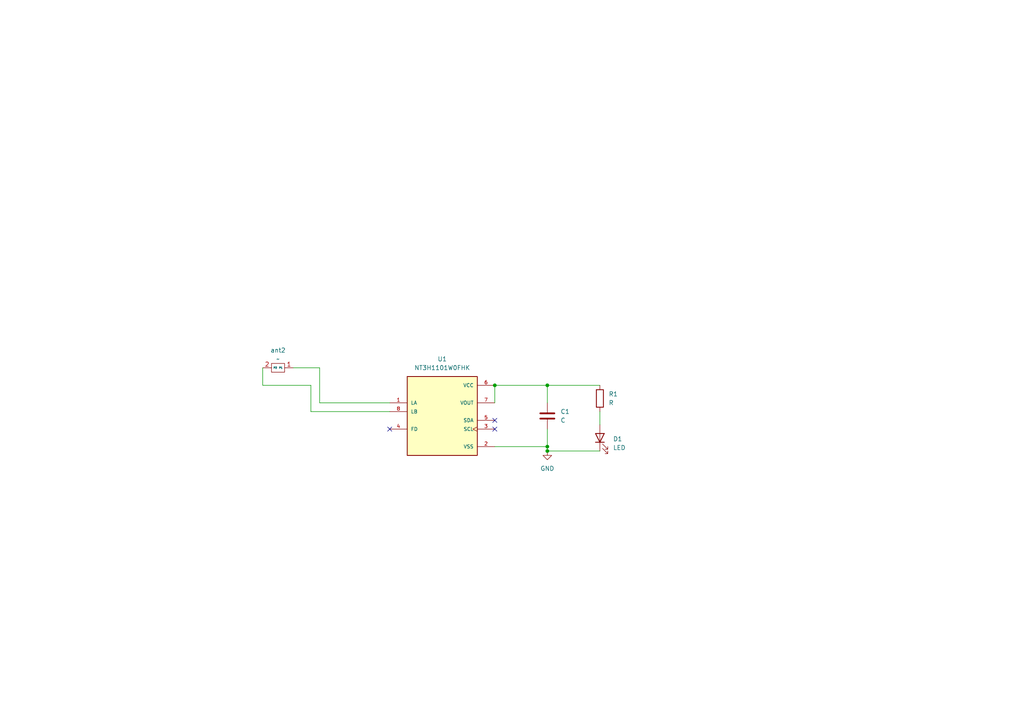
<source format=kicad_sch>
(kicad_sch
	(version 20231120)
	(generator "eeschema")
	(generator_version "8.0")
	(uuid "43c85dbf-08de-4acc-abeb-b345044e98e3")
	(paper "A4")
	(lib_symbols
		(symbol "Device:C"
			(pin_numbers hide)
			(pin_names
				(offset 0.254)
			)
			(exclude_from_sim no)
			(in_bom yes)
			(on_board yes)
			(property "Reference" "C"
				(at 0.635 2.54 0)
				(effects
					(font
						(size 1.27 1.27)
					)
					(justify left)
				)
			)
			(property "Value" "C"
				(at 0.635 -2.54 0)
				(effects
					(font
						(size 1.27 1.27)
					)
					(justify left)
				)
			)
			(property "Footprint" ""
				(at 0.9652 -3.81 0)
				(effects
					(font
						(size 1.27 1.27)
					)
					(hide yes)
				)
			)
			(property "Datasheet" "~"
				(at 0 0 0)
				(effects
					(font
						(size 1.27 1.27)
					)
					(hide yes)
				)
			)
			(property "Description" "Unpolarized capacitor"
				(at 0 0 0)
				(effects
					(font
						(size 1.27 1.27)
					)
					(hide yes)
				)
			)
			(property "ki_keywords" "cap capacitor"
				(at 0 0 0)
				(effects
					(font
						(size 1.27 1.27)
					)
					(hide yes)
				)
			)
			(property "ki_fp_filters" "C_*"
				(at 0 0 0)
				(effects
					(font
						(size 1.27 1.27)
					)
					(hide yes)
				)
			)
			(symbol "C_0_1"
				(polyline
					(pts
						(xy -2.032 -0.762) (xy 2.032 -0.762)
					)
					(stroke
						(width 0.508)
						(type default)
					)
					(fill
						(type none)
					)
				)
				(polyline
					(pts
						(xy -2.032 0.762) (xy 2.032 0.762)
					)
					(stroke
						(width 0.508)
						(type default)
					)
					(fill
						(type none)
					)
				)
			)
			(symbol "C_1_1"
				(pin passive line
					(at 0 3.81 270)
					(length 2.794)
					(name "~"
						(effects
							(font
								(size 1.27 1.27)
							)
						)
					)
					(number "1"
						(effects
							(font
								(size 1.27 1.27)
							)
						)
					)
				)
				(pin passive line
					(at 0 -3.81 90)
					(length 2.794)
					(name "~"
						(effects
							(font
								(size 1.27 1.27)
							)
						)
					)
					(number "2"
						(effects
							(font
								(size 1.27 1.27)
							)
						)
					)
				)
			)
		)
		(symbol "Device:LED"
			(pin_numbers hide)
			(pin_names
				(offset 1.016) hide)
			(exclude_from_sim no)
			(in_bom yes)
			(on_board yes)
			(property "Reference" "D"
				(at 0 2.54 0)
				(effects
					(font
						(size 1.27 1.27)
					)
				)
			)
			(property "Value" "LED"
				(at 0 -2.54 0)
				(effects
					(font
						(size 1.27 1.27)
					)
				)
			)
			(property "Footprint" ""
				(at 0 0 0)
				(effects
					(font
						(size 1.27 1.27)
					)
					(hide yes)
				)
			)
			(property "Datasheet" "~"
				(at 0 0 0)
				(effects
					(font
						(size 1.27 1.27)
					)
					(hide yes)
				)
			)
			(property "Description" "Light emitting diode"
				(at 0 0 0)
				(effects
					(font
						(size 1.27 1.27)
					)
					(hide yes)
				)
			)
			(property "ki_keywords" "LED diode"
				(at 0 0 0)
				(effects
					(font
						(size 1.27 1.27)
					)
					(hide yes)
				)
			)
			(property "ki_fp_filters" "LED* LED_SMD:* LED_THT:*"
				(at 0 0 0)
				(effects
					(font
						(size 1.27 1.27)
					)
					(hide yes)
				)
			)
			(symbol "LED_0_1"
				(polyline
					(pts
						(xy -1.27 -1.27) (xy -1.27 1.27)
					)
					(stroke
						(width 0.254)
						(type default)
					)
					(fill
						(type none)
					)
				)
				(polyline
					(pts
						(xy -1.27 0) (xy 1.27 0)
					)
					(stroke
						(width 0)
						(type default)
					)
					(fill
						(type none)
					)
				)
				(polyline
					(pts
						(xy 1.27 -1.27) (xy 1.27 1.27) (xy -1.27 0) (xy 1.27 -1.27)
					)
					(stroke
						(width 0.254)
						(type default)
					)
					(fill
						(type none)
					)
				)
				(polyline
					(pts
						(xy -3.048 -0.762) (xy -4.572 -2.286) (xy -3.81 -2.286) (xy -4.572 -2.286) (xy -4.572 -1.524)
					)
					(stroke
						(width 0)
						(type default)
					)
					(fill
						(type none)
					)
				)
				(polyline
					(pts
						(xy -1.778 -0.762) (xy -3.302 -2.286) (xy -2.54 -2.286) (xy -3.302 -2.286) (xy -3.302 -1.524)
					)
					(stroke
						(width 0)
						(type default)
					)
					(fill
						(type none)
					)
				)
			)
			(symbol "LED_1_1"
				(pin passive line
					(at -3.81 0 0)
					(length 2.54)
					(name "K"
						(effects
							(font
								(size 1.27 1.27)
							)
						)
					)
					(number "1"
						(effects
							(font
								(size 1.27 1.27)
							)
						)
					)
				)
				(pin passive line
					(at 3.81 0 180)
					(length 2.54)
					(name "A"
						(effects
							(font
								(size 1.27 1.27)
							)
						)
					)
					(number "2"
						(effects
							(font
								(size 1.27 1.27)
							)
						)
					)
				)
			)
		)
		(symbol "Device:R"
			(pin_numbers hide)
			(pin_names
				(offset 0)
			)
			(exclude_from_sim no)
			(in_bom yes)
			(on_board yes)
			(property "Reference" "R"
				(at 2.032 0 90)
				(effects
					(font
						(size 1.27 1.27)
					)
				)
			)
			(property "Value" "R"
				(at 0 0 90)
				(effects
					(font
						(size 1.27 1.27)
					)
				)
			)
			(property "Footprint" ""
				(at -1.778 0 90)
				(effects
					(font
						(size 1.27 1.27)
					)
					(hide yes)
				)
			)
			(property "Datasheet" "~"
				(at 0 0 0)
				(effects
					(font
						(size 1.27 1.27)
					)
					(hide yes)
				)
			)
			(property "Description" "Resistor"
				(at 0 0 0)
				(effects
					(font
						(size 1.27 1.27)
					)
					(hide yes)
				)
			)
			(property "ki_keywords" "R res resistor"
				(at 0 0 0)
				(effects
					(font
						(size 1.27 1.27)
					)
					(hide yes)
				)
			)
			(property "ki_fp_filters" "R_*"
				(at 0 0 0)
				(effects
					(font
						(size 1.27 1.27)
					)
					(hide yes)
				)
			)
			(symbol "R_0_1"
				(rectangle
					(start -1.016 -2.54)
					(end 1.016 2.54)
					(stroke
						(width 0.254)
						(type default)
					)
					(fill
						(type none)
					)
				)
			)
			(symbol "R_1_1"
				(pin passive line
					(at 0 3.81 270)
					(length 1.27)
					(name "~"
						(effects
							(font
								(size 1.27 1.27)
							)
						)
					)
					(number "1"
						(effects
							(font
								(size 1.27 1.27)
							)
						)
					)
				)
				(pin passive line
					(at 0 -3.81 90)
					(length 1.27)
					(name "~"
						(effects
							(font
								(size 1.27 1.27)
							)
						)
					)
					(number "2"
						(effects
							(font
								(size 1.27 1.27)
							)
						)
					)
				)
			)
		)
		(symbol "NT3H1101W0FHK:NT3H1101W0FHK"
			(pin_names
				(offset 1.016)
			)
			(exclude_from_sim no)
			(in_bom yes)
			(on_board yes)
			(property "Reference" "U"
				(at -10.16 13.208 0)
				(effects
					(font
						(size 1.27 1.27)
					)
					(justify left bottom)
				)
			)
			(property "Value" "NT3H1101W0FHK"
				(at -10.16 -12.7 0)
				(effects
					(font
						(size 1.27 1.27)
					)
					(justify left bottom)
				)
			)
			(property "Footprint" "NT3H1101W0FHK:IC_NT3H1101W0FHK"
				(at 0 0 0)
				(effects
					(font
						(size 1.27 1.27)
					)
					(justify bottom)
					(hide yes)
				)
			)
			(property "Datasheet" ""
				(at 0 0 0)
				(effects
					(font
						(size 1.27 1.27)
					)
					(hide yes)
				)
			)
			(property "Description" ""
				(at 0 0 0)
				(effects
					(font
						(size 1.27 1.27)
					)
					(hide yes)
				)
			)
			(property "MF" "NXP USA"
				(at 0 0 0)
				(effects
					(font
						(size 1.27 1.27)
					)
					(justify bottom)
					(hide yes)
				)
			)
			(property "SNAPEDA_PACKAGE_ID" "7291"
				(at 0 0 0)
				(effects
					(font
						(size 1.27 1.27)
					)
					(justify bottom)
					(hide yes)
				)
			)
			(property "Package" "XQFN-8 NXP Semiconductors"
				(at 0 0 0)
				(effects
					(font
						(size 1.27 1.27)
					)
					(justify bottom)
					(hide yes)
				)
			)
			(property "Price" "None"
				(at 0 0 0)
				(effects
					(font
						(size 1.27 1.27)
					)
					(justify bottom)
					(hide yes)
				)
			)
			(property "Check_prices" "https://www.snapeda.com/parts/NT3H1101W0FHK/NXP+USA+Inc./view-part/?ref=eda"
				(at 0 0 0)
				(effects
					(font
						(size 1.27 1.27)
					)
					(justify bottom)
					(hide yes)
				)
			)
			(property "STANDARD" "Manufacturer Recommendations"
				(at 0 0 0)
				(effects
					(font
						(size 1.27 1.27)
					)
					(justify bottom)
					(hide yes)
				)
			)
			(property "PARTREV" "3.3"
				(at 0 0 0)
				(effects
					(font
						(size 1.27 1.27)
					)
					(justify bottom)
					(hide yes)
				)
			)
			(property "SnapEDA_Link" "https://www.snapeda.com/parts/NT3H1101W0FHK/NXP+USA+Inc./view-part/?ref=snap"
				(at 0 0 0)
				(effects
					(font
						(size 1.27 1.27)
					)
					(justify bottom)
					(hide yes)
				)
			)
			(property "MP" "NT3H1101W0FHK"
				(at 0 0 0)
				(effects
					(font
						(size 1.27 1.27)
					)
					(justify bottom)
					(hide yes)
				)
			)
			(property "Description_1" "\nRFID Transponder IC 13.56MHz ISO 14443 I²C 1.7V ~ 3.6V 8-XFQFN Exposed Pad\n"
				(at 0 0 0)
				(effects
					(font
						(size 1.27 1.27)
					)
					(justify bottom)
					(hide yes)
				)
			)
			(property "MANUFACTURER" "NXP USA"
				(at 0 0 0)
				(effects
					(font
						(size 1.27 1.27)
					)
					(justify bottom)
					(hide yes)
				)
			)
			(property "Availability" "In Stock"
				(at 0 0 0)
				(effects
					(font
						(size 1.27 1.27)
					)
					(justify bottom)
					(hide yes)
				)
			)
			(property "MAXIMUM_PACKAGE_HEIGHT" "0.5 mm"
				(at 0 0 0)
				(effects
					(font
						(size 1.27 1.27)
					)
					(justify bottom)
					(hide yes)
				)
			)
			(symbol "NT3H1101W0FHK_0_0"
				(rectangle
					(start -10.16 -10.16)
					(end 10.16 12.7)
					(stroke
						(width 0.254)
						(type default)
					)
					(fill
						(type background)
					)
				)
				(pin input line
					(at -15.24 5.08 0)
					(length 5.08)
					(name "LA"
						(effects
							(font
								(size 1.016 1.016)
							)
						)
					)
					(number "1"
						(effects
							(font
								(size 1.016 1.016)
							)
						)
					)
				)
				(pin power_in line
					(at 15.24 -7.62 180)
					(length 5.08)
					(name "VSS"
						(effects
							(font
								(size 1.016 1.016)
							)
						)
					)
					(number "2"
						(effects
							(font
								(size 1.016 1.016)
							)
						)
					)
				)
				(pin bidirectional clock
					(at 15.24 -2.54 180)
					(length 5.08)
					(name "SCL"
						(effects
							(font
								(size 1.016 1.016)
							)
						)
					)
					(number "3"
						(effects
							(font
								(size 1.016 1.016)
							)
						)
					)
				)
				(pin input line
					(at -15.24 -2.54 0)
					(length 5.08)
					(name "FD"
						(effects
							(font
								(size 1.016 1.016)
							)
						)
					)
					(number "4"
						(effects
							(font
								(size 1.016 1.016)
							)
						)
					)
				)
				(pin bidirectional line
					(at 15.24 0 180)
					(length 5.08)
					(name "SDA"
						(effects
							(font
								(size 1.016 1.016)
							)
						)
					)
					(number "5"
						(effects
							(font
								(size 1.016 1.016)
							)
						)
					)
				)
				(pin power_in line
					(at 15.24 10.16 180)
					(length 5.08)
					(name "VCC"
						(effects
							(font
								(size 1.016 1.016)
							)
						)
					)
					(number "6"
						(effects
							(font
								(size 1.016 1.016)
							)
						)
					)
				)
				(pin output line
					(at 15.24 5.08 180)
					(length 5.08)
					(name "VOUT"
						(effects
							(font
								(size 1.016 1.016)
							)
						)
					)
					(number "7"
						(effects
							(font
								(size 1.016 1.016)
							)
						)
					)
				)
				(pin input line
					(at -15.24 2.54 0)
					(length 5.08)
					(name "LB"
						(effects
							(font
								(size 1.016 1.016)
							)
						)
					)
					(number "8"
						(effects
							(font
								(size 1.016 1.016)
							)
						)
					)
				)
			)
		)
		(symbol "nfc_antena__1"
			(exclude_from_sim no)
			(in_bom yes)
			(on_board yes)
			(property "Reference" "ant"
				(at 0 0 0)
				(effects
					(font
						(size 1.27 1.27)
					)
				)
			)
			(property "Value" ""
				(at 0 0 0)
				(effects
					(font
						(size 1.27 1.27)
					)
				)
			)
			(property "Footprint" "nfc class 4 5 turn:25X48MM_NFC_ANTENNA modified"
				(at 0 1.27 0)
				(effects
					(font
						(size 1.27 1.27)
					)
					(hide yes)
				)
			)
			(property "Datasheet" ""
				(at 0 0 0)
				(effects
					(font
						(size 1.27 1.27)
					)
					(hide yes)
				)
			)
			(property "Description" ""
				(at 0 0 0)
				(effects
					(font
						(size 1.27 1.27)
					)
					(hide yes)
				)
			)
			(property "ki_keywords" "nfc"
				(at 0 0 0)
				(effects
					(font
						(size 1.27 1.27)
					)
					(hide yes)
				)
			)
			(symbol "nfc_antena__1_0_1"
				(rectangle
					(start -2.54 -1.27)
					(end 1.27 -3.81)
					(stroke
						(width 0)
						(type default)
					)
					(fill
						(type none)
					)
				)
			)
			(symbol "nfc_antena__1_1_1"
				(pin output line
					(at 3.81 -2.54 180)
					(length 2.54)
					(name "P1"
						(effects
							(font
								(size 0.508 0.508)
							)
						)
					)
					(number "1"
						(effects
							(font
								(size 1.27 1.27)
							)
						)
					)
				)
				(pin output line
					(at -5.08 -2.54 0)
					(length 2.54)
					(name "P2"
						(effects
							(font
								(size 0.508 0.508)
							)
						)
					)
					(number "2"
						(effects
							(font
								(size 1.27 1.27)
							)
						)
					)
				)
			)
		)
		(symbol "power:GND"
			(power)
			(pin_numbers hide)
			(pin_names
				(offset 0) hide)
			(exclude_from_sim no)
			(in_bom yes)
			(on_board yes)
			(property "Reference" "#PWR"
				(at 0 -6.35 0)
				(effects
					(font
						(size 1.27 1.27)
					)
					(hide yes)
				)
			)
			(property "Value" "GND"
				(at 0 -3.81 0)
				(effects
					(font
						(size 1.27 1.27)
					)
				)
			)
			(property "Footprint" ""
				(at 0 0 0)
				(effects
					(font
						(size 1.27 1.27)
					)
					(hide yes)
				)
			)
			(property "Datasheet" ""
				(at 0 0 0)
				(effects
					(font
						(size 1.27 1.27)
					)
					(hide yes)
				)
			)
			(property "Description" "Power symbol creates a global label with name \"GND\" , ground"
				(at 0 0 0)
				(effects
					(font
						(size 1.27 1.27)
					)
					(hide yes)
				)
			)
			(property "ki_keywords" "global power"
				(at 0 0 0)
				(effects
					(font
						(size 1.27 1.27)
					)
					(hide yes)
				)
			)
			(symbol "GND_0_1"
				(polyline
					(pts
						(xy 0 0) (xy 0 -1.27) (xy 1.27 -1.27) (xy 0 -2.54) (xy -1.27 -1.27) (xy 0 -1.27)
					)
					(stroke
						(width 0)
						(type default)
					)
					(fill
						(type none)
					)
				)
			)
			(symbol "GND_1_1"
				(pin power_in line
					(at 0 0 270)
					(length 0)
					(name "~"
						(effects
							(font
								(size 1.27 1.27)
							)
						)
					)
					(number "1"
						(effects
							(font
								(size 1.27 1.27)
							)
						)
					)
				)
			)
		)
	)
	(junction
		(at 143.51 111.76)
		(diameter 0)
		(color 0 0 0 0)
		(uuid "358ccfa1-0108-4275-b75e-e0b690d009b8")
	)
	(junction
		(at 158.75 111.76)
		(diameter 0)
		(color 0 0 0 0)
		(uuid "a88e041a-e1d2-498f-af7b-68b1697d66ad")
	)
	(junction
		(at 158.75 130.81)
		(diameter 0)
		(color 0 0 0 0)
		(uuid "b7ed3945-5328-4b4c-a1ba-1e1281ab83d9")
	)
	(junction
		(at 158.75 129.54)
		(diameter 0)
		(color 0 0 0 0)
		(uuid "f11cc322-252f-4f1d-a2c6-e16e74e6b0ab")
	)
	(no_connect
		(at 143.51 124.46)
		(uuid "673c1ab4-17b7-4183-91ef-c660f947a35b")
	)
	(no_connect
		(at 143.51 121.92)
		(uuid "ad69ae6d-3164-4036-b0e8-459f785b7e70")
	)
	(no_connect
		(at 113.03 124.46)
		(uuid "ea83673c-3e03-4817-9f30-d9f0b051b4c6")
	)
	(wire
		(pts
			(xy 92.71 106.68) (xy 92.71 116.84)
		)
		(stroke
			(width 0)
			(type default)
		)
		(uuid "09ebc6e6-6648-4488-9184-9206aca0b30b")
	)
	(wire
		(pts
			(xy 85.09 106.68) (xy 92.71 106.68)
		)
		(stroke
			(width 0)
			(type default)
		)
		(uuid "0b347cb9-5048-4026-b3ae-21bb5a1490fd")
	)
	(wire
		(pts
			(xy 158.75 111.76) (xy 173.99 111.76)
		)
		(stroke
			(width 0)
			(type default)
		)
		(uuid "0d09e7aa-8276-4504-ac38-7eeacb94d55f")
	)
	(wire
		(pts
			(xy 158.75 129.54) (xy 158.75 124.46)
		)
		(stroke
			(width 0)
			(type default)
		)
		(uuid "1b5d8b9f-4334-43d6-9c38-e38b9f760661")
	)
	(wire
		(pts
			(xy 173.99 130.81) (xy 158.75 130.81)
		)
		(stroke
			(width 0)
			(type default)
		)
		(uuid "2b72c8a2-6ac0-45ad-bc1a-412aa827f7f9")
	)
	(wire
		(pts
			(xy 90.17 111.76) (xy 90.17 119.38)
		)
		(stroke
			(width 0)
			(type default)
		)
		(uuid "2baf1a11-7745-4bef-bbc4-cb7e465bc1dd")
	)
	(wire
		(pts
			(xy 76.2 106.68) (xy 76.2 111.76)
		)
		(stroke
			(width 0)
			(type default)
		)
		(uuid "371623a1-6e63-4296-85e6-a662eaa537eb")
	)
	(wire
		(pts
			(xy 92.71 116.84) (xy 113.03 116.84)
		)
		(stroke
			(width 0)
			(type default)
		)
		(uuid "56c021a5-e753-48d5-ba07-ae52e1bd7352")
	)
	(wire
		(pts
			(xy 173.99 119.38) (xy 173.99 123.19)
		)
		(stroke
			(width 0)
			(type default)
		)
		(uuid "5b74feb6-7a21-466d-ba37-f81184461124")
	)
	(wire
		(pts
			(xy 143.51 129.54) (xy 158.75 129.54)
		)
		(stroke
			(width 0)
			(type default)
		)
		(uuid "5fbf5667-06f7-4352-bd98-1fb3eaf6081d")
	)
	(wire
		(pts
			(xy 90.17 119.38) (xy 113.03 119.38)
		)
		(stroke
			(width 0)
			(type default)
		)
		(uuid "68d87aeb-280f-48bd-9318-fc7f5134fa62")
	)
	(wire
		(pts
			(xy 158.75 111.76) (xy 143.51 111.76)
		)
		(stroke
			(width 0)
			(type default)
		)
		(uuid "6b8bf2c9-2beb-4d32-a3b1-22fc92a2bfaf")
	)
	(wire
		(pts
			(xy 143.51 111.76) (xy 143.51 116.84)
		)
		(stroke
			(width 0)
			(type default)
		)
		(uuid "6c76828e-d7f4-4b43-82a3-6e34f85d50e9")
	)
	(wire
		(pts
			(xy 158.75 116.84) (xy 158.75 111.76)
		)
		(stroke
			(width 0)
			(type default)
		)
		(uuid "8632078b-d772-42d3-bdd4-51fb4e3ff190")
	)
	(wire
		(pts
			(xy 158.75 130.81) (xy 158.75 129.54)
		)
		(stroke
			(width 0)
			(type default)
		)
		(uuid "e6bbe06a-18c0-479f-8e9a-049dda5d73c8")
	)
	(wire
		(pts
			(xy 76.2 111.76) (xy 90.17 111.76)
		)
		(stroke
			(width 0)
			(type default)
		)
		(uuid "e8447a28-a31d-458e-9f8e-05c956d1adff")
	)
	(symbol
		(lib_id "Device:R")
		(at 173.99 115.57 0)
		(unit 1)
		(exclude_from_sim no)
		(in_bom yes)
		(on_board yes)
		(dnp no)
		(fields_autoplaced yes)
		(uuid "0e98072d-1eb7-45c0-b5df-de4f05e47aaa")
		(property "Reference" "R1"
			(at 176.53 114.2999 0)
			(effects
				(font
					(size 1.27 1.27)
				)
				(justify left)
			)
		)
		(property "Value" "R"
			(at 176.53 116.8399 0)
			(effects
				(font
					(size 1.27 1.27)
				)
				(justify left)
			)
		)
		(property "Footprint" "Resistor_SMD:R_0201_0603Metric"
			(at 172.212 115.57 90)
			(effects
				(font
					(size 1.27 1.27)
				)
				(hide yes)
			)
		)
		(property "Datasheet" "~"
			(at 173.99 115.57 0)
			(effects
				(font
					(size 1.27 1.27)
				)
				(hide yes)
			)
		)
		(property "Description" "Resistor"
			(at 173.99 115.57 0)
			(effects
				(font
					(size 1.27 1.27)
				)
				(hide yes)
			)
		)
		(pin "1"
			(uuid "cb57ad76-d533-48a8-a40a-f732c7ae8388")
		)
		(pin "2"
			(uuid "e142bcad-e183-4b81-807a-ef2eaf37bae8")
		)
		(instances
			(project "pcb business card"
				(path "/43c85dbf-08de-4acc-abeb-b345044e98e3"
					(reference "R1")
					(unit 1)
				)
			)
		)
	)
	(symbol
		(lib_id "Device:LED")
		(at 173.99 127 90)
		(unit 1)
		(exclude_from_sim no)
		(in_bom yes)
		(on_board yes)
		(dnp no)
		(fields_autoplaced yes)
		(uuid "84e645ce-d365-446b-a16a-c858f9a01bca")
		(property "Reference" "D1"
			(at 177.8 127.3174 90)
			(effects
				(font
					(size 1.27 1.27)
				)
				(justify right)
			)
		)
		(property "Value" "LED"
			(at 177.8 129.8574 90)
			(effects
				(font
					(size 1.27 1.27)
				)
				(justify right)
			)
		)
		(property "Footprint" "LED_SMD:LED_0603_1608Metric"
			(at 173.99 127 0)
			(effects
				(font
					(size 1.27 1.27)
				)
				(hide yes)
			)
		)
		(property "Datasheet" "~"
			(at 173.99 127 0)
			(effects
				(font
					(size 1.27 1.27)
				)
				(hide yes)
			)
		)
		(property "Description" "Light emitting diode"
			(at 173.99 127 0)
			(effects
				(font
					(size 1.27 1.27)
				)
				(hide yes)
			)
		)
		(pin "1"
			(uuid "37adee91-534e-40f2-9ed9-9d758a5e6130")
		)
		(pin "2"
			(uuid "60ec8a2e-726a-4665-bf99-a644190c4730")
		)
		(instances
			(project "pcb business card"
				(path "/43c85dbf-08de-4acc-abeb-b345044e98e3"
					(reference "D1")
					(unit 1)
				)
			)
		)
	)
	(symbol
		(lib_name "nfc_antena__1")
		(lib_id "user:nfc_antena_")
		(at 81.28 104.14 0)
		(unit 1)
		(exclude_from_sim no)
		(in_bom yes)
		(on_board yes)
		(dnp no)
		(fields_autoplaced yes)
		(uuid "de9ae955-25fb-483d-9635-706c495ac3fa")
		(property "Reference" "ant2"
			(at 80.645 101.6 0)
			(effects
				(font
					(size 1.27 1.27)
				)
			)
		)
		(property "Value" "~"
			(at 80.645 104.14 0)
			(effects
				(font
					(size 1.27 1.27)
				)
			)
		)
		(property "Footprint" "Library:25X48MM_NFC_ANTENNA modified"
			(at 81.28 102.87 0)
			(effects
				(font
					(size 1.27 1.27)
				)
				(hide yes)
			)
		)
		(property "Datasheet" ""
			(at 81.28 104.14 0)
			(effects
				(font
					(size 1.27 1.27)
				)
				(hide yes)
			)
		)
		(property "Description" ""
			(at 81.28 104.14 0)
			(effects
				(font
					(size 1.27 1.27)
				)
				(hide yes)
			)
		)
		(pin "1"
			(uuid "6082862f-f436-4d17-968e-f8cb39f660ab")
		)
		(pin "2"
			(uuid "2d634820-1f5d-42ac-ba38-b71d98adaa24")
		)
		(instances
			(project "pcb business card"
				(path "/43c85dbf-08de-4acc-abeb-b345044e98e3"
					(reference "ant2")
					(unit 1)
				)
			)
		)
	)
	(symbol
		(lib_id "power:GND")
		(at 158.75 130.81 0)
		(unit 1)
		(exclude_from_sim no)
		(in_bom yes)
		(on_board yes)
		(dnp no)
		(fields_autoplaced yes)
		(uuid "e40946f6-f88b-4987-bd11-9823c2bef66f")
		(property "Reference" "#PWR01"
			(at 158.75 137.16 0)
			(effects
				(font
					(size 1.27 1.27)
				)
				(hide yes)
			)
		)
		(property "Value" "GND"
			(at 158.75 135.89 0)
			(effects
				(font
					(size 1.27 1.27)
				)
			)
		)
		(property "Footprint" ""
			(at 158.75 130.81 0)
			(effects
				(font
					(size 1.27 1.27)
				)
				(hide yes)
			)
		)
		(property "Datasheet" ""
			(at 158.75 130.81 0)
			(effects
				(font
					(size 1.27 1.27)
				)
				(hide yes)
			)
		)
		(property "Description" "Power symbol creates a global label with name \"GND\" , ground"
			(at 158.75 130.81 0)
			(effects
				(font
					(size 1.27 1.27)
				)
				(hide yes)
			)
		)
		(pin "1"
			(uuid "a4f14cd0-a991-452e-897c-e3b8706718da")
		)
		(instances
			(project "pcb business card"
				(path "/43c85dbf-08de-4acc-abeb-b345044e98e3"
					(reference "#PWR01")
					(unit 1)
				)
			)
		)
	)
	(symbol
		(lib_id "Device:C")
		(at 158.75 120.65 0)
		(unit 1)
		(exclude_from_sim no)
		(in_bom yes)
		(on_board yes)
		(dnp no)
		(fields_autoplaced yes)
		(uuid "eaf226d9-6159-475d-8106-7f7792752973")
		(property "Reference" "C1"
			(at 162.56 119.3799 0)
			(effects
				(font
					(size 1.27 1.27)
				)
				(justify left)
			)
		)
		(property "Value" "C"
			(at 162.56 121.9199 0)
			(effects
				(font
					(size 1.27 1.27)
				)
				(justify left)
			)
		)
		(property "Footprint" "Capacitor_SMD:C_0201_0603Metric"
			(at 159.7152 124.46 0)
			(effects
				(font
					(size 1.27 1.27)
				)
				(hide yes)
			)
		)
		(property "Datasheet" "~"
			(at 158.75 120.65 0)
			(effects
				(font
					(size 1.27 1.27)
				)
				(hide yes)
			)
		)
		(property "Description" "Unpolarized capacitor"
			(at 158.75 120.65 0)
			(effects
				(font
					(size 1.27 1.27)
				)
				(hide yes)
			)
		)
		(pin "1"
			(uuid "858ddc54-4ab7-4187-ab1d-39d4b9889fb9")
		)
		(pin "2"
			(uuid "41da7c67-5876-4756-a509-9ae67ef17119")
		)
		(instances
			(project "pcb business card"
				(path "/43c85dbf-08de-4acc-abeb-b345044e98e3"
					(reference "C1")
					(unit 1)
				)
			)
		)
	)
	(symbol
		(lib_id "NT3H1101W0FHK:NT3H1101W0FHK")
		(at 128.27 121.92 0)
		(unit 1)
		(exclude_from_sim no)
		(in_bom yes)
		(on_board yes)
		(dnp no)
		(fields_autoplaced yes)
		(uuid "ef6a48d4-2f61-40fd-ac82-1fd3b054e0cc")
		(property "Reference" "U1"
			(at 128.27 104.14 0)
			(effects
				(font
					(size 1.27 1.27)
				)
			)
		)
		(property "Value" "NT3H1101W0FHK"
			(at 128.27 106.68 0)
			(effects
				(font
					(size 1.27 1.27)
				)
			)
		)
		(property "Footprint" "NT3H1101W0FHK:IC_NT3H1101W0FHK"
			(at 128.27 121.92 0)
			(effects
				(font
					(size 1.27 1.27)
				)
				(justify bottom)
				(hide yes)
			)
		)
		(property "Datasheet" ""
			(at 128.27 121.92 0)
			(effects
				(font
					(size 1.27 1.27)
				)
				(hide yes)
			)
		)
		(property "Description" ""
			(at 128.27 121.92 0)
			(effects
				(font
					(size 1.27 1.27)
				)
				(hide yes)
			)
		)
		(property "MF" "NXP USA"
			(at 128.27 121.92 0)
			(effects
				(font
					(size 1.27 1.27)
				)
				(justify bottom)
				(hide yes)
			)
		)
		(property "SNAPEDA_PACKAGE_ID" "7291"
			(at 128.27 121.92 0)
			(effects
				(font
					(size 1.27 1.27)
				)
				(justify bottom)
				(hide yes)
			)
		)
		(property "Package" "XQFN-8 NXP Semiconductors"
			(at 128.27 121.92 0)
			(effects
				(font
					(size 1.27 1.27)
				)
				(justify bottom)
				(hide yes)
			)
		)
		(property "Price" "None"
			(at 128.27 121.92 0)
			(effects
				(font
					(size 1.27 1.27)
				)
				(justify bottom)
				(hide yes)
			)
		)
		(property "Check_prices" "https://www.snapeda.com/parts/NT3H1101W0FHK/NXP+USA+Inc./view-part/?ref=eda"
			(at 128.27 121.92 0)
			(effects
				(font
					(size 1.27 1.27)
				)
				(justify bottom)
				(hide yes)
			)
		)
		(property "STANDARD" "Manufacturer Recommendations"
			(at 128.27 121.92 0)
			(effects
				(font
					(size 1.27 1.27)
				)
				(justify bottom)
				(hide yes)
			)
		)
		(property "PARTREV" "3.3"
			(at 128.27 121.92 0)
			(effects
				(font
					(size 1.27 1.27)
				)
				(justify bottom)
				(hide yes)
			)
		)
		(property "SnapEDA_Link" "https://www.snapeda.com/parts/NT3H1101W0FHK/NXP+USA+Inc./view-part/?ref=snap"
			(at 128.27 121.92 0)
			(effects
				(font
					(size 1.27 1.27)
				)
				(justify bottom)
				(hide yes)
			)
		)
		(property "MP" "NT3H1101W0FHK"
			(at 128.27 121.92 0)
			(effects
				(font
					(size 1.27 1.27)
				)
				(justify bottom)
				(hide yes)
			)
		)
		(property "Description_1" "\nRFID Transponder IC 13.56MHz ISO 14443 I²C 1.7V ~ 3.6V 8-XFQFN Exposed Pad\n"
			(at 128.27 121.92 0)
			(effects
				(font
					(size 1.27 1.27)
				)
				(justify bottom)
				(hide yes)
			)
		)
		(property "MANUFACTURER" "NXP USA"
			(at 128.27 121.92 0)
			(effects
				(font
					(size 1.27 1.27)
				)
				(justify bottom)
				(hide yes)
			)
		)
		(property "Availability" "In Stock"
			(at 128.27 121.92 0)
			(effects
				(font
					(size 1.27 1.27)
				)
				(justify bottom)
				(hide yes)
			)
		)
		(property "MAXIMUM_PACKAGE_HEIGHT" "0.5 mm"
			(at 128.27 121.92 0)
			(effects
				(font
					(size 1.27 1.27)
				)
				(justify bottom)
				(hide yes)
			)
		)
		(pin "2"
			(uuid "ae5f2795-7704-44e3-9ad3-c5b6613ec2a5")
		)
		(pin "1"
			(uuid "ae9abc0b-9df5-44ae-a838-6a22c08c2f81")
		)
		(pin "5"
			(uuid "2c6594c9-892c-4b18-b20d-ed05d251cc48")
		)
		(pin "6"
			(uuid "3e19d6cc-fb0b-4c22-b001-525fb766e8b2")
		)
		(pin "7"
			(uuid "c8ba63ce-04d4-45f1-8ed0-72ed0ec3f875")
		)
		(pin "4"
			(uuid "ac62055d-9d9e-4d86-b7cb-8731078382e4")
		)
		(pin "8"
			(uuid "60fc5f80-a441-4dd2-ae64-1ed38026e109")
		)
		(pin "3"
			(uuid "1031c695-06c7-48ca-9cea-c97e37eb21ba")
		)
		(instances
			(project "pcb business card"
				(path "/43c85dbf-08de-4acc-abeb-b345044e98e3"
					(reference "U1")
					(unit 1)
				)
			)
		)
	)
	(sheet_instances
		(path "/"
			(page "1")
		)
	)
)

</source>
